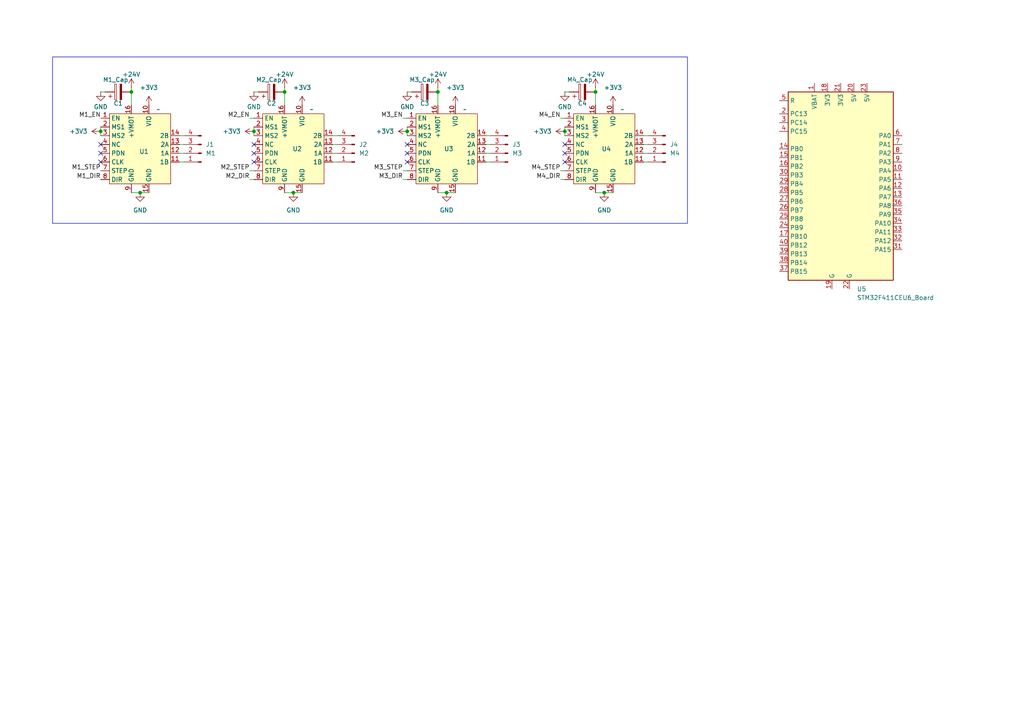
<source format=kicad_sch>
(kicad_sch (version 20250114) (generator "eeschema") (generator_version "9.0")
  (paper "A4")
  (lib_symbols
    (symbol "Connector:Conn_01x04_Pin" (pin_names (offset 1.016) (hide yes))
      (property "Reference" "J" (at 0 5.08 0))
      (property "Value" "Conn_01x04_Pin" (at 0 -7.62 0))
      (symbol "Conn_01x04_Pin_1_1"
        (rectangle (start 0.8636 2.667) (end 0 2.413) (stroke (width 0.1524)) (fill (type outline)))
        (rectangle (start 0.8636 0.127) (end 0 -0.127) (stroke (width 0.1524)) (fill (type outline)))
        (rectangle (start 0.8636 -2.413) (end 0 -2.667) (stroke (width 0.1524)) (fill (type outline)))
        (rectangle (start 0.8636 -4.953) (end 0 -5.207) (stroke (width 0.1524)) (fill (type outline)))
        (polyline (pts (xy 1.27 2.54) (xy 0.8636 2.54)) (stroke (width 0.1524)))
        (polyline (pts (xy 1.27 0) (xy 0.8636 0)) (stroke (width 0.1524)))
        (polyline (pts (xy 1.27 -2.54) (xy 0.8636 -2.54)) (stroke (width 0.1524)))
        (polyline (pts (xy 1.27 -5.08) (xy 0.8636 -5.08)) (stroke (width 0.1524)))
        (pin passive line (at 5.08 2.54 180) (length 3.81) (name "Pin_1") (number "1"))
        (pin passive line (at 5.08 0 180) (length 3.81) (name "Pin_2") (number "2"))
        (pin passive line (at 5.08 -2.54 180) (length 3.81) (name "Pin_3") (number "3"))
        (pin passive line (at 5.08 -5.08 180) (length 3.81) (name "Pin_4") (number "4"))
      )
    )
    (symbol "Device:C_Polarized" (pin_numbers (hide yes)) (pin_names (offset 0.254))
      (property "Reference" "C" (at 0.635 2.54 0))
      (property "Value" "C_Polarized" (at 0.635 -2.54 0))
      (symbol "C_Polarized_0_1"
        (rectangle (start -2.286 0.508) (end 2.286 1.016))
        (polyline (pts (xy -1.778 2.286) (xy -0.762 2.286)))
        (polyline (pts (xy -1.27 2.794) (xy -1.27 1.778)))
        (rectangle (start 2.286 -0.508) (end -2.286 -1.016) (fill (type outline)))
      )
      (symbol "C_Polarized_1_1"
        (pin passive line (at 0 3.81 270) (length 2.794) (name "~") (number "1"))
        (pin passive line (at 0 -3.81 90) (length 2.794) (name "~") (number "2"))
      )
    )
    (symbol "power:+24V" (power) (pin_numbers (hide yes)) (pin_names (offset 0) (hide yes))
      (property "Value" "+24V" (at 0 3.556 0))
      (symbol "+24V_0_1"
        (polyline (pts (xy -0.762 1.27) (xy 0 2.54)))
        (polyline (pts (xy 0 2.54) (xy 0.762 1.27)))
        (polyline (pts (xy 0 0) (xy 0 2.54)))
      )
      (symbol "+24V_1_1"
        (pin power_in line (at 0 0 90) (length 0) (name "~") (number "1"))
      )
    )
    (symbol "power:+3V3" (power) (pin_numbers (hide yes)) (pin_names (offset 0) (hide yes))
      (property "Value" "+3V3" (at 0 3.556 0))
      (symbol "+3V3_0_1"
        (polyline (pts (xy -0.762 1.27) (xy 0 2.54)))
        (polyline (pts (xy 0 2.54) (xy 0.762 1.27)))
        (polyline (pts (xy 0 0) (xy 0 2.54)))
      )
      (symbol "+3V3_1_1"
        (pin power_in line (at 0 0 90) (length 0) (name "~") (number "1"))
      )
    )
    (symbol "power:GND" (power) (pin_numbers (hide yes)) (pin_names (offset 0) (hide yes))
      (property "Value" "GND" (at 0 -3.81 0))
      (symbol "GND_0_1"
        (polyline (pts (xy 0 0) (xy 0 -1.27) (xy 1.27 -1.27) (xy 0 -2.54) (xy -1.27 -1.27) (xy 0 -1.27)))
      )
      (symbol "GND_1_1"
        (pin power_in line (at 0 0 270) (length 0) (name "~") (number "1"))
      )
    )
    (symbol "stm32_ra_boards:STM32F411CEU6_Board"
      (property "Reference" "U" (at -1.27 11.43 0))
      (property "Value" "STM32F411CEU6_Board" (at 10.16 25.908 0))
      (symbol "STM32F411CEU6_Board_0_1"
        (rectangle (start -15.24 24.13) (end 15.24 -30.48) (stroke (width 0.254)) (fill (type background)))
      )
      (symbol "STM32F411CEU6_Board_1_1"
        (pin input line (at -17.78 21.59 0) (length 2.54) (name "R") (number "5"))
        (pin bidirectional line (at -17.78 17.78 0) (length 2.54) (name "PC13") (number "2"))
        (pin bidirectional line (at -17.78 15.24 0) (length 2.54) (name "PC14") (number "3"))
        (pin bidirectional line (at -17.78 12.7 0) (length 2.54) (name "PC15") (number "4"))
        (pin bidirectional line (at -17.78 7.62 0) (length 2.54) (name "PB0") (number "14"))
        (pin bidirectional line (at -17.78 5.08 0) (length 2.54) (name "PB1") (number "15"))
        (pin bidirectional line (at -17.78 2.54 0) (length 2.54) (name "PB2") (number "16"))
        (pin bidirectional line (at -17.78 0 0) (length 2.54) (name "PB3") (number "30"))
        (pin bidirectional line (at -17.78 -2.54 0) (length 2.54) (name "PB4") (number "29"))
        (pin bidirectional line (at -17.78 -5.08 0) (length 2.54) (name "PB5") (number "28"))
        (pin bidirectional line (at -17.78 -7.62 0) (length 2.54) (name "PB6") (number "27"))
        (pin bidirectional line (at -17.78 -10.16 0) (length 2.54) (name "PB7") (number "26"))
        (pin bidirectional line (at -17.78 -12.7 0) (length 2.54) (name "PB8") (number "25"))
        (pin bidirectional line (at -17.78 -15.24 0) (length 2.54) (name "PB9") (number "24"))
        (pin bidirectional line (at -17.78 -17.78 0) (length 2.54) (name "PB10") (number "17"))
        (pin bidirectional line (at -17.78 -20.32 0) (length 2.54) (name "PB12") (number "40"))
        (pin bidirectional line (at -17.78 -22.86 0) (length 2.54) (name "PB13") (number "39"))
        (pin bidirectional line (at -17.78 -25.4 0) (length 2.54) (name "PB14") (number "38"))
        (pin bidirectional line (at -17.78 -27.94 0) (length 2.54) (name "PB15") (number "37"))
        (pin power_in line (at -7.62 26.67 270) (length 2.54) (name "VBAT") (number "1"))
        (pin power_in line (at -3.81 26.67 270) (length 2.54) (name "3V3") (number "18"))
        (pin power_in line (at -2.54 -33.02 90) (length 2.54) (name "G") (number "19"))
        (pin power_in line (at 0 26.67 270) (length 2.54) (name "3V3") (number "21"))
        (pin power_in line (at 2.54 -33.02 90) (length 2.54) (name "G") (number "22"))
        (pin power_in line (at 3.81 26.67 270) (length 2.54) (name "5V") (number "20"))
        (pin power_in line (at 7.62 26.67 270) (length 2.54) (name "5V") (number "23"))
        (pin bidirectional line (at 17.78 11.43 180) (length 2.54) (name "PA0") (number "6"))
        (pin bidirectional line (at 17.78 8.89 180) (length 2.54) (name "PA1") (number "7"))
        (pin bidirectional line (at 17.78 6.35 180) (length 2.54) (name "PA2") (number "8"))
        (pin bidirectional line (at 17.78 3.81 180) (length 2.54) (name "PA3") (number "9"))
        (pin bidirectional line (at 17.78 1.27 180) (length 2.54) (name "PA4") (number "10"))
        (pin bidirectional line (at 17.78 -1.27 180) (length 2.54) (name "PA5") (number "11"))
        (pin bidirectional line (at 17.78 -3.81 180) (length 2.54) (name "PA6") (number "12"))
        (pin bidirectional line (at 17.78 -6.35 180) (length 2.54) (name "PA7") (number "13"))
        (pin bidirectional line (at 17.78 -8.89 180) (length 2.54) (name "PA8") (number "36"))
        (pin bidirectional line (at 17.78 -11.43 180) (length 2.54) (name "PA9") (number "35"))
        (pin bidirectional line (at 17.78 -13.97 180) (length 2.54) (name "PA10") (number "34"))
        (pin bidirectional line (at 17.78 -16.51 180) (length 2.54) (name "PA11") (number "33"))
        (pin bidirectional line (at 17.78 -19.05 180) (length 2.54) (name "PA12") (number "32"))
        (pin bidirectional line (at 17.78 -21.59 180) (length 2.54) (name "PA15") (number "31"))
      )
    )
    (symbol "stm32_ra_boards:TMC2208"
      (property "Reference" "U" (at 0 0 0))
      (symbol "TMC2208_1_1"
        (rectangle (start -8.89 10.16) (end 8.89 -10.16) (fill (type background)))
        (pin input line (at -11.43 8.89 0) (length 2.54) (name "EN") (number "1"))
        (pin input line (at -11.43 6.35 0) (length 2.54) (name "MS1") (number "2"))
        (pin input line (at -11.43 3.81 0) (length 2.54) (name "MS2") (number "3"))
        (pin input line (at -11.43 1.27 0) (length 2.54) (name "NC") (number "4"))
        (pin input line (at -11.43 -1.27 0) (length 2.54) (name "PDN") (number "5"))
        (pin input line (at -11.43 -3.81 0) (length 2.54) (name "CLK") (number "6"))
        (pin input line (at -11.43 -6.35 0) (length 2.54) (name "STEP") (number "7"))
        (pin input line (at -11.43 -8.89 0) (length 2.54) (name "DIR") (number "8"))
        (pin power_in line (at -2.54 12.7 270) (length 2.54) (name "+VMOT") (number "16"))
        (pin power_in line (at -2.54 -12.7 90) (length 2.54) (name "GND") (number "9"))
        (pin power_in line (at 2.54 12.7 270) (length 2.54) (name "VIO") (number "10"))
        (pin power_in line (at 2.54 -12.7 90) (length 2.54) (name "GND") (number "15"))
        (pin output line (at 11.43 3.81 180) (length 2.54) (name "2B") (number "14"))
        (pin output line (at 11.43 1.27 180) (length 2.54) (name "2A") (number "13"))
        (pin output line (at 11.43 -1.27 180) (length 2.54) (name "1A") (number "12"))
        (pin output line (at 11.43 -3.81 180) (length 2.54) (name "1B") (number "11"))
      )
    )
  )
  (rectangle (start 15.24 16.51) (end 199.39 64.77))
  (junction (at 172.72 26.67))
  (junction (at 73.66 38.1))
  (junction (at 40.64 55.88))
  (junction (at 163.83 38.1))
  (junction (at 29.21 38.1))
  (junction (at 85.09 55.88))
  (junction (at 82.55 26.67))
  (junction (at 127 26.67))
  (junction (at 175.26 55.88))
  (junction (at 118.11 38.1))
  (junction (at 38.1 26.67))
  (junction (at 129.54 55.88))
  (no_connect (at 163.83 41.91))
  (no_connect (at 118.11 41.91))
  (no_connect (at 73.66 44.45))
  (no_connect (at 73.66 41.91))
  (no_connect (at 29.21 41.91))
  (no_connect (at 163.83 44.45))
  (no_connect (at 29.21 46.99))
  (no_connect (at 73.66 46.99))
  (no_connect (at 163.83 46.99))
  (no_connect (at 118.11 44.45))
  (no_connect (at 118.11 46.99))
  (no_connect (at 29.21 44.45))
  (wire (pts (xy 142.24 41.91) (xy 140.97 41.91)))
  (wire (pts (xy 38.1 25.4) (xy 38.1 26.67)))
  (wire (pts (xy 29.21 26.67) (xy 30.48 26.67)))
  (wire (pts (xy 72.39 52.07) (xy 73.66 52.07)))
  (wire (pts (xy 129.54 55.88) (xy 132.08 55.88)))
  (wire (pts (xy 40.64 55.88) (xy 43.18 55.88)))
  (wire (pts (xy 97.79 39.37) (xy 96.52 39.37)))
  (wire (pts (xy 127 26.67) (xy 127 30.48)))
  (wire (pts (xy 187.96 39.37) (xy 186.69 39.37)))
  (wire (pts (xy 162.56 49.53) (xy 163.83 49.53)))
  (wire (pts (xy 97.79 41.91) (xy 96.52 41.91)))
  (wire (pts (xy 97.79 46.99) (xy 96.52 46.99)))
  (wire (pts (xy 142.24 46.99) (xy 140.97 46.99)))
  (wire (pts (xy 82.55 25.4) (xy 82.55 26.67)))
  (wire (pts (xy 38.1 55.88) (xy 40.64 55.88)))
  (wire (pts (xy 162.56 34.29) (xy 163.83 34.29)))
  (wire (pts (xy 97.79 44.45) (xy 96.52 44.45)))
  (wire (pts (xy 116.84 52.07) (xy 118.11 52.07)))
  (wire (pts (xy 163.83 38.1) (xy 163.83 39.37)))
  (wire (pts (xy 187.96 46.99) (xy 186.69 46.99)))
  (wire (pts (xy 162.56 52.07) (xy 163.83 52.07)))
  (wire (pts (xy 127 25.4) (xy 127 26.67)))
  (wire (pts (xy 142.24 39.37) (xy 140.97 39.37)))
  (wire (pts (xy 116.84 34.29) (xy 118.11 34.29)))
  (wire (pts (xy 73.66 38.1) (xy 73.66 39.37)))
  (wire (pts (xy 187.96 41.91) (xy 186.69 41.91)))
  (wire (pts (xy 163.83 26.67) (xy 165.1 26.67)))
  (wire (pts (xy 172.72 55.88) (xy 175.26 55.88)))
  (wire (pts (xy 163.83 36.83) (xy 163.83 38.1)))
  (wire (pts (xy 82.55 55.88) (xy 85.09 55.88)))
  (wire (pts (xy 29.21 36.83) (xy 29.21 38.1)))
  (wire (pts (xy 72.39 34.29) (xy 73.66 34.29)))
  (wire (pts (xy 73.66 36.83) (xy 73.66 38.1)))
  (wire (pts (xy 53.34 44.45) (xy 52.07 44.45)))
  (wire (pts (xy 175.26 55.88) (xy 177.8 55.88)))
  (wire (pts (xy 116.84 49.53) (xy 118.11 49.53)))
  (wire (pts (xy 172.72 26.67) (xy 172.72 30.48)))
  (wire (pts (xy 73.66 26.67) (xy 74.93 26.67)))
  (wire (pts (xy 72.39 49.53) (xy 73.66 49.53)))
  (wire (pts (xy 118.11 36.83) (xy 118.11 38.1)))
  (wire (pts (xy 172.72 25.4) (xy 172.72 26.67)))
  (wire (pts (xy 29.21 38.1) (xy 29.21 39.37)))
  (wire (pts (xy 118.11 26.67) (xy 119.38 26.67)))
  (wire (pts (xy 82.55 26.67) (xy 82.55 30.48)))
  (wire (pts (xy 38.1 26.67) (xy 38.1 30.48)))
  (wire (pts (xy 127 55.88) (xy 129.54 55.88)))
  (wire (pts (xy 85.09 55.88) (xy 87.63 55.88)))
  (wire (pts (xy 187.96 44.45) (xy 186.69 44.45)))
  (wire (pts (xy 142.24 44.45) (xy 140.97 44.45)))
  (wire (pts (xy 118.11 38.1) (xy 118.11 39.37)))
  (wire (pts (xy 53.34 46.99) (xy 52.07 46.99)))
  (wire (pts (xy 53.34 39.37) (xy 52.07 39.37)))
  (wire (pts (xy 53.34 41.91) (xy 52.07 41.91)))
  (label "M1_EN" (at 29.21 34.29 180))
  (label "M4_EN" (at 162.56 34.29 180))
  (label "M4_STEP" (at 162.56 49.53 180))
  (label "M2_STEP" (at 72.39 49.53 180))
  (label "M2_EN" (at 72.39 34.29 180))
  (label "M3_DIR" (at 116.84 52.07 180))
  (label "M4_DIR" (at 162.56 52.07 180))
  (label "M1_DIR" (at 29.21 52.07 180))
  (label "M1_STEP" (at 29.21 49.53 180))
  (label "M3_STEP" (at 116.84 49.53 180))
  (label "M3_EN" (at 116.84 34.29 180))
  (label "M2_DIR" (at 72.39 52.07 180))
  (symbol (lib_id "power:GND") (at 29.21 26.67 0) (unit 1)
    (property "Reference" "#PWR01" (effects (hide yes)))
    (property "Value" "GND" (at 29.21 30.988 0))
    (property "Description" "Power symbol creates a global label with name \"GND\" , ground" (effects (hide yes)))
  )
  (symbol (lib_id "power:+24V") (at 82.55 25.4 0) (unit 1)
    (property "Reference" "#PWR08" (effects (hide yes)))
    (property "Value" "+24V" (at 82.55 21.59 0))
    (property "Description" "Power symbol creates a global label with name \"+24V\"" (effects (hide yes)))
  )
  (symbol (lib_id "Device:C_Polarized") (at 168.91 26.67 90) (unit 1)
    (property "Reference" "C4" (at 168.91 29.972 90))
    (property "Value" "M4_Cap" (at 168.148 23.114 90))
    (property "Footprint" "Capacitor_THT:CP_Radial_D8.0mm_P3.80mm" (effects (hide yes)))
    (property "Description" "Polarized capacitor" (effects (hide yes)))
  )
  (symbol (lib_id "power:GND") (at 175.26 55.88 0) (unit 1)
    (property "Reference" "#PWR019" (effects (hide yes)))
    (property "Value" "GND" (at 175.26 60.96 0))
    (property "Description" "Power symbol creates a global label with name \"GND\" , ground" (effects (hide yes)))
  )
  (symbol (lib_id "power:+3V3") (at 163.83 38.1 90) (unit 1)
    (property "Reference" "#PWR017" (effects (hide yes)))
    (property "Value" "+3V3" (at 160.02 38.0999 90) (effects (justify left)))
    (property "Description" "Power symbol creates a global label with name \"+3V3\"" (effects (hide yes)))
  )
  (symbol (lib_id "power:GND") (at 85.09 55.88 0) (unit 1)
    (property "Reference" "#PWR09" (effects (hide yes)))
    (property "Value" "GND" (at 85.09 60.96 0))
    (property "Description" "Power symbol creates a global label with name \"GND\" , ground" (effects (hide yes)))
  )
  (symbol (lib_id "stm32_ra_boards:TMC2208") (at 129.54 43.18 0) (unit 1)
    (property "Reference" "U3" (at 128.778 43.18 0) (effects (justify left)))
    (property "Value" "~" (at 134.2741 31.75 0) (effects (justify left)))
    (property "Footprint" "stm32_ra_board_footprints:TMC2208_Board_Footprint" (effects (hide yes)))
  )
  (symbol (lib_id "power:+3V3") (at 43.18 30.48 0) (unit 1)
    (property "Reference" "#PWR05" (effects (hide yes)))
    (property "Value" "+3V3" (at 43.18 25.4 0))
    (property "Description" "Power symbol creates a global label with name \"+3V3\"" (effects (hide yes)))
  )
  (symbol (lib_id "power:+3V3") (at 73.66 38.1 90) (unit 1)
    (property "Reference" "#PWR07" (effects (hide yes)))
    (property "Value" "+3V3" (at 69.85 38.0999 90) (effects (justify left)))
    (property "Description" "Power symbol creates a global label with name \"+3V3\"" (effects (hide yes)))
  )
  (symbol (lib_id "Device:C_Polarized") (at 123.19 26.67 90) (unit 1)
    (property "Reference" "C3" (at 123.19 29.972 90))
    (property "Value" "M3_Cap" (at 122.428 23.114 90))
    (property "Footprint" "Capacitor_THT:CP_Radial_D8.0mm_P3.80mm" (effects (hide yes)))
    (property "Description" "Polarized capacitor" (effects (hide yes)))
  )
  (symbol (lib_id "power:+24V") (at 172.72 25.4 0) (unit 1)
    (property "Reference" "#PWR018" (effects (hide yes)))
    (property "Value" "+24V" (at 172.72 21.59 0))
    (property "Description" "Power symbol creates a global label with name \"+24V\"" (effects (hide yes)))
  )
  (symbol (lib_id "Connector:Conn_01x04_Pin") (at 147.32 44.45 180) (unit 1)
    (property "Reference" "J3" (at 148.59 41.9099 0) (effects (justify right)))
    (property "Value" "M3" (at 148.59 44.4499 0) (effects (justify right)))
    (property "Footprint" "Connector_PinHeader_2.54mm:PinHeader_1x04_P2.54mm_Vertical" (effects (hide yes)))
    (property "Description" "Generic connector, single row, 01x04, script generated" (effects (hide yes)))
  )
  (symbol (lib_id "power:+24V") (at 127 25.4 0) (unit 1)
    (property "Reference" "#PWR013" (effects (hide yes)))
    (property "Value" "+24V" (at 127 21.59 0))
    (property "Description" "Power symbol creates a global label with name \"+24V\"" (effects (hide yes)))
  )
  (symbol (lib_id "power:GND") (at 73.66 26.67 0) (unit 1)
    (property "Reference" "#PWR06" (effects (hide yes)))
    (property "Value" "GND" (at 73.66 30.988 0))
    (property "Description" "Power symbol creates a global label with name \"GND\" , ground" (effects (hide yes)))
  )
  (symbol (lib_id "Connector:Conn_01x04_Pin") (at 58.42 44.45 180) (unit 1)
    (property "Reference" "J1" (at 59.69 41.9099 0) (effects (justify right)))
    (property "Value" "M1" (at 59.69 44.4499 0) (effects (justify right)))
    (property "Footprint" "Connector_PinHeader_2.54mm:PinHeader_1x04_P2.54mm_Vertical" (effects (hide yes)))
    (property "Description" "Generic connector, single row, 01x04, script generated" (effects (hide yes)))
  )
  (symbol (lib_id "Connector:Conn_01x04_Pin") (at 193.04 44.45 180) (unit 1)
    (property "Reference" "J4" (at 194.31 41.9099 0) (effects (justify right)))
    (property "Value" "M4" (at 194.31 44.4499 0) (effects (justify right)))
    (property "Footprint" "Connector_PinHeader_2.54mm:PinHeader_1x04_P2.54mm_Vertical" (effects (hide yes)))
    (property "Description" "Generic connector, single row, 01x04, script generated" (effects (hide yes)))
  )
  (symbol (lib_id "stm32_ra_boards:TMC2208") (at 40.64 43.18 0) (unit 1)
    (property "Reference" "U1" (at 40.386 43.942 0) (effects (justify left)))
    (property "Value" "~" (at 45.3741 31.75 0) (effects (justify left)))
    (property "Footprint" "stm32_ra_board_footprints:TMC2208_Board_Footprint" (effects (hide yes)))
  )
  (symbol (lib_id "Device:C_Polarized") (at 78.74 26.67 90) (unit 1)
    (property "Reference" "C2" (at 78.74 29.972 90))
    (property "Value" "M2_Cap" (at 77.978 23.114 90))
    (property "Footprint" "Capacitor_THT:CP_Radial_D8.0mm_P3.80mm" (effects (hide yes)))
    (property "Description" "Polarized capacitor" (effects (hide yes)))
  )
  (symbol (lib_id "stm32_ra_boards:STM32F411CEU6_Board") (at 243.84 50.8 0) (unit 1)
    (property "Reference" "U5" (at 248.5233 83.82 0) (effects (justify left)))
    (property "Value" "STM32F411CEU6_Board" (at 248.5233 86.36 0) (effects (justify left)))
    (property "Footprint" "stm32_ra_board_footprints:STM32F411CEU6_Board" (effects (hide yes)))
    (property "Datasheet" "https://www.st.com/resource/en/datasheet/stm32f411cc.pdf" (effects (hide yes)))
    (property "Description" "STMicroelectronics Arm Cortex-M4 MCU, 256-512KB flash, 128KB RAM, 100 MHz, 1.7-3.6V, 36 GPIO, UFQFPN48" (effects (hide yes)))
  )
  (symbol (lib_id "power:+3V3") (at 132.08 30.48 0) (unit 1)
    (property "Reference" "#PWR015" (effects (hide yes)))
    (property "Value" "+3V3" (at 132.08 25.4 0))
    (property "Description" "Power symbol creates a global label with name \"+3V3\"" (effects (hide yes)))
  )
  (symbol (lib_id "power:+24V") (at 38.1 25.4 0) (unit 1)
    (property "Reference" "#PWR03" (effects (hide yes)))
    (property "Value" "+24V" (at 38.1 21.59 0))
    (property "Description" "Power symbol creates a global label with name \"+24V\"" (effects (hide yes)))
  )
  (symbol (lib_id "power:+3V3") (at 87.63 30.48 0) (unit 1)
    (property "Reference" "#PWR010" (effects (hide yes)))
    (property "Value" "+3V3" (at 87.63 25.4 0))
    (property "Description" "Power symbol creates a global label with name \"+3V3\"" (effects (hide yes)))
  )
  (symbol (lib_id "power:GND") (at 163.83 26.67 0) (unit 1)
    (property "Reference" "#PWR016" (effects (hide yes)))
    (property "Value" "GND" (at 163.83 30.988 0))
    (property "Description" "Power symbol creates a global label with name \"GND\" , ground" (effects (hide yes)))
  )
  (symbol (lib_id "power:+3V3") (at 29.21 38.1 90) (unit 1)
    (property "Reference" "#PWR02" (effects (hide yes)))
    (property "Value" "+3V3" (at 25.4 38.0999 90) (effects (justify left)))
    (property "Description" "Power symbol creates a global label with name \"+3V3\"" (effects (hide yes)))
  )
  (symbol (lib_id "Device:C_Polarized") (at 34.29 26.67 90) (unit 1)
    (property "Reference" "C1" (at 34.29 29.972 90))
    (property "Value" "M1_Cap" (at 33.528 23.114 90))
    (property "Footprint" "Capacitor_THT:CP_Radial_D8.0mm_P3.80mm" (effects (hide yes)))
    (property "Description" "Polarized capacitor" (effects (hide yes)))
  )
  (symbol (lib_id "power:GND") (at 129.54 55.88 0) (unit 1)
    (property "Reference" "#PWR014" (effects (hide yes)))
    (property "Value" "GND" (at 129.54 60.96 0))
    (property "Description" "Power symbol creates a global label with name \"GND\" , ground" (effects (hide yes)))
  )
  (symbol (lib_id "power:+3V3") (at 177.8 30.48 0) (unit 1)
    (property "Reference" "#PWR020" (effects (hide yes)))
    (property "Value" "+3V3" (at 177.8 25.4 0))
    (property "Description" "Power symbol creates a global label with name \"+3V3\"" (effects (hide yes)))
  )
  (symbol (lib_id "power:+3V3") (at 118.11 38.1 90) (unit 1)
    (property "Reference" "#PWR012" (effects (hide yes)))
    (property "Value" "+3V3" (at 114.3 38.0999 90) (effects (justify left)))
    (property "Description" "Power symbol creates a global label with name \"+3V3\"" (effects (hide yes)))
  )
  (symbol (lib_id "power:GND") (at 118.11 26.67 0) (unit 1)
    (property "Reference" "#PWR011" (effects (hide yes)))
    (property "Value" "GND" (at 118.11 30.988 0))
    (property "Description" "Power symbol creates a global label with name \"GND\" , ground" (effects (hide yes)))
  )
  (symbol (lib_id "Connector:Conn_01x04_Pin") (at 102.87 44.45 180) (unit 1)
    (property "Reference" "J2" (at 104.14 41.9099 0) (effects (justify right)))
    (property "Value" "M2" (at 104.14 44.4499 0) (effects (justify right)))
    (property "Footprint" "Connector_PinHeader_2.54mm:PinHeader_1x04_P2.54mm_Vertical" (effects (hide yes)))
    (property "Description" "Generic connector, single row, 01x04, script generated" (effects (hide yes)))
  )
  (symbol (lib_id "power:GND") (at 40.64 55.88 0) (unit 1)
    (property "Reference" "#PWR04" (effects (hide yes)))
    (property "Value" "GND" (at 40.64 60.96 0))
    (property "Description" "Power symbol creates a global label with name \"GND\" , ground" (effects (hide yes)))
  )
  (symbol (lib_id "stm32_ra_boards:TMC2208") (at 175.26 43.18 0) (unit 1)
    (property "Reference" "U4" (at 174.498 43.18 0) (effects (justify left)))
    (property "Value" "~" (at 179.9941 31.75 0) (effects (justify left)))
    (property "Footprint" "stm32_ra_board_footprints:TMC2208_Board_Footprint" (effects (hide yes)))
  )
  (symbol (lib_id "stm32_ra_boards:TMC2208") (at 85.09 43.18 0) (unit 1)
    (property "Reference" "U2" (at 84.836 43.18 0) (effects (justify left)))
    (property "Value" "~" (at 89.8241 31.75 0) (effects (justify left)))
    (property "Footprint" "stm32_ra_board_footprints:TMC2208_Board_Footprint" (effects (hide yes)))
  )
)
</source>
